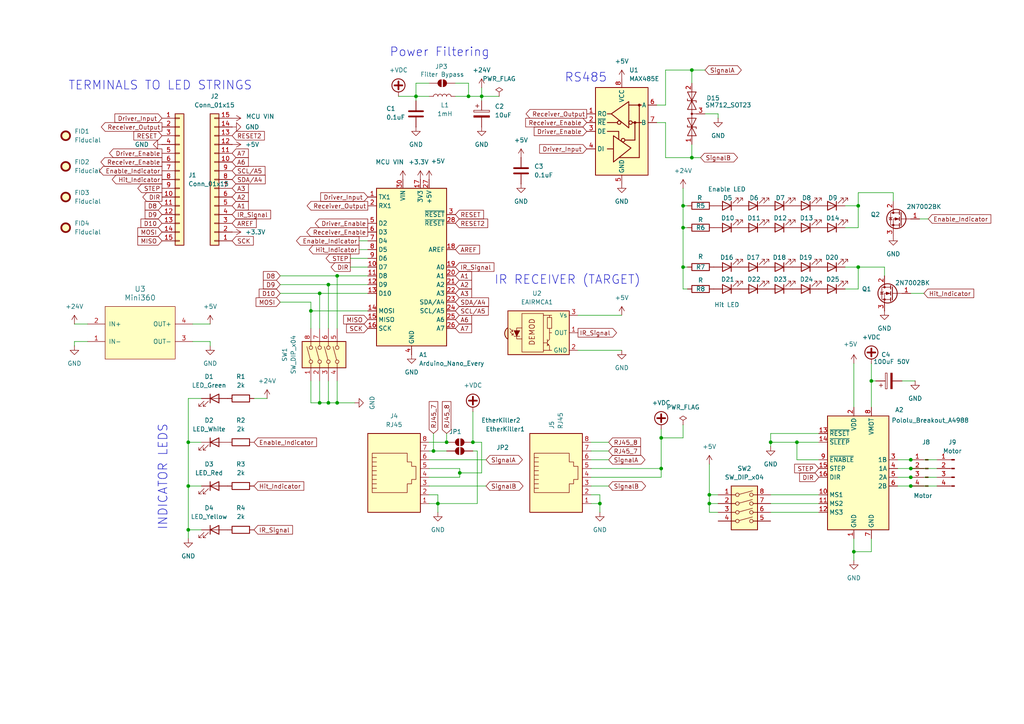
<source format=kicad_sch>
(kicad_sch (version 20250114) (generator "eeschema") (generator_version "9.0")
  (paper "A4")
  (text "TERMINALS TO LED STRINGS" (at 46.482 24.892 0) (effects (font (size 2.54 2.54))))
  (text "RS485" (at 169.926 22.606 0) (effects (font (size 2.54 2.54))))
  (text "Power Filtering\n" (at 127.508 15.24 0) (effects (font (size 2.54 2.54))))
  (text "IR RECEIVER (TARGET)" (at 164.592 81.28 0) (effects (font (size 2.54 2.54))))
  (text "INDICATOR LEDS" (at 47.244 138.43 90) (effects (font (size 2.54 2.54))))
  (junction (at 92.71 85.09))
  (junction (at 54.61 153.67))
  (junction (at 97.79 116.84))
  (junction (at 264.16 140.97))
  (junction (at 92.71 116.84))
  (junction (at 54.61 140.97))
  (junction (at 95.25 116.84))
  (junction (at 205.74 146.05))
  (junction (at 120.65 27.94))
  (junction (at 198.12 59.69))
  (junction (at 248.92 77.47))
  (junction (at 129.54 128.27))
  (junction (at 264.16 133.35))
  (junction (at 247.65 160.02))
  (junction (at 252.73 110.49))
  (junction (at 191.77 127))
  (junction (at 198.12 77.47))
  (junction (at 205.74 143.51))
  (junction (at 223.52 128.27))
  (junction (at 127 146.05))
  (junction (at 97.79 80.01))
  (junction (at 125.73 130.81))
  (junction (at 133.35 137.16))
  (junction (at 54.61 128.27))
  (junction (at 198.12 66.04))
  (junction (at 137.16 128.27))
  (junction (at 264.16 138.43))
  (junction (at 139.7 27.94))
  (junction (at 173.99 146.05))
  (junction (at 200.66 20.32))
  (junction (at 95.25 82.55))
  (junction (at 200.66 45.72))
  (junction (at 231.14 128.27))
  (junction (at 191.77 135.89))
  (junction (at 248.92 59.69))
  (junction (at 90.17 90.17))
  (junction (at 264.16 135.89))
  (junction (at 135.89 27.94))
  (wire (pts (xy 204.47 33.02) (xy 208.28 33.02)))
  (wire (pts (xy 231.14 128.27) (xy 237.49 128.27)))
  (wire (pts (xy 54.61 153.67) (xy 58.42 153.67)))
  (wire (pts (xy 205.74 143.51) (xy 208.28 143.51)))
  (wire (pts (xy 248.92 83.82) (xy 248.92 77.47)))
  (wire (pts (xy 133.35 137.16) (xy 133.35 135.89)))
  (wire (pts (xy 124.46 140.97) (xy 140.97 140.97)))
  (wire (pts (xy 247.65 105.41) (xy 247.65 118.11)))
  (wire (pts (xy 54.61 128.27) (xy 54.61 140.97)))
  (wire (pts (xy 252.73 110.49) (xy 252.73 118.11)))
  (wire (pts (xy 125.73 130.81) (xy 124.46 130.81)))
  (wire (pts (xy 129.54 125.73) (xy 129.54 128.27)))
  (wire (pts (xy 245.11 66.04) (xy 248.92 66.04)))
  (wire (pts (xy 245.11 83.82) (xy 248.92 83.82)))
  (wire (pts (xy 138.43 130.81) (xy 138.43 146.05)))
  (wire (pts (xy 205.74 134.62) (xy 205.74 143.51)))
  (wire (pts (xy 245.11 59.69) (xy 248.92 59.69)))
  (wire (pts (xy 120.65 24.13) (xy 120.65 27.94)))
  (wire (pts (xy 205.74 148.59) (xy 205.74 146.05)))
  (wire (pts (xy 90.17 110.49) (xy 90.17 116.84)))
  (wire (pts (xy 81.28 87.63) (xy 90.17 87.63)))
  (wire (pts (xy 127 143.51) (xy 127 146.05)))
  (wire (pts (xy 132.08 24.13) (xy 135.89 24.13)))
  (wire (pts (xy 193.04 20.32) (xy 193.04 30.48)))
  (wire (pts (xy 223.52 148.59) (xy 237.49 148.59)))
  (wire (pts (xy 260.35 138.43) (xy 264.16 138.43)))
  (wire (pts (xy 200.66 41.91) (xy 200.66 45.72)))
  (wire (pts (xy 260.35 135.89) (xy 264.16 135.89)))
  (wire (pts (xy 198.12 123.19) (xy 198.12 127)))
  (wire (pts (xy 92.71 85.09) (xy 92.71 95.25)))
  (wire (pts (xy 97.79 80.01) (xy 97.79 95.25)))
  (wire (pts (xy 247.65 160.02) (xy 247.65 162.56)))
  (wire (pts (xy 92.71 110.49) (xy 92.71 116.84)))
  (wire (pts (xy 55.88 93.98) (xy 60.96 93.98)))
  (wire (pts (xy 223.52 128.27) (xy 231.14 128.27)))
  (wire (pts (xy 21.59 100.33) (xy 21.59 99.06)))
  (wire (pts (xy 193.04 20.32) (xy 200.66 20.32)))
  (wire (pts (xy 237.49 133.35) (xy 231.14 133.35)))
  (wire (pts (xy 132.08 27.94) (xy 135.89 27.94)))
  (wire (pts (xy 135.89 27.94) (xy 139.7 27.94)))
  (wire (pts (xy 193.04 30.48) (xy 190.5 30.48)))
  (wire (pts (xy 125.73 130.81) (xy 129.54 130.81)))
  (wire (pts (xy 245.11 77.47) (xy 248.92 77.47)))
  (wire (pts (xy 198.12 77.47) (xy 199.39 77.47)))
  (wire (pts (xy 223.52 143.51) (xy 237.49 143.51)))
  (wire (pts (xy 171.45 140.97) (xy 176.53 140.97)))
  (wire (pts (xy 95.25 116.84) (xy 92.71 116.84)))
  (wire (pts (xy 223.52 125.73) (xy 223.52 128.27)))
  (wire (pts (xy 191.77 127) (xy 191.77 135.89)))
  (wire (pts (xy 252.73 110.49) (xy 254 110.49)))
  (wire (pts (xy 247.65 156.21) (xy 247.65 160.02)))
  (wire (pts (xy 208.28 146.05) (xy 205.74 146.05)))
  (wire (pts (xy 54.61 140.97) (xy 54.61 153.67)))
  (wire (pts (xy 260.35 133.35) (xy 264.16 133.35)))
  (wire (pts (xy 171.45 128.27) (xy 176.53 128.27)))
  (wire (pts (xy 92.71 85.09) (xy 106.68 85.09)))
  (wire (pts (xy 237.49 125.73) (xy 223.52 125.73)))
  (wire (pts (xy 171.45 133.35) (xy 176.53 133.35)))
  (wire (pts (xy 139.7 25.4) (xy 139.7 27.94)))
  (wire (pts (xy 198.12 127) (xy 191.77 127)))
  (wire (pts (xy 198.12 54.61) (xy 198.12 59.69)))
  (wire (pts (xy 193.04 35.56) (xy 190.5 35.56)))
  (wire (pts (xy 124.46 24.13) (xy 120.65 24.13)))
  (wire (pts (xy 124.46 135.89) (xy 133.35 135.89)))
  (wire (pts (xy 173.99 146.05) (xy 171.45 146.05)))
  (wire (pts (xy 55.88 99.06) (xy 60.96 99.06)))
  (wire (pts (xy 264.16 85.09) (xy 267.97 85.09)))
  (wire (pts (xy 58.42 115.57) (xy 54.61 115.57)))
  (wire (pts (xy 200.66 20.32) (xy 204.47 20.32)))
  (wire (pts (xy 95.25 110.49) (xy 95.25 116.84)))
  (wire (pts (xy 264.16 138.43) (xy 271.78 138.43)))
  (wire (pts (xy 81.28 82.55) (xy 95.25 82.55)))
  (wire (pts (xy 264.16 133.35) (xy 271.78 133.35)))
  (wire (pts (xy 97.79 80.01) (xy 106.68 80.01)))
  (wire (pts (xy 223.52 128.27) (xy 223.52 129.54)))
  (wire (pts (xy 127 146.05) (xy 124.46 146.05)))
  (wire (pts (xy 264.16 135.89) (xy 271.78 135.89)))
  (wire (pts (xy 198.12 66.04) (xy 198.12 77.47)))
  (wire (pts (xy 133.35 138.43) (xy 133.35 137.16)))
  (wire (pts (xy 137.16 128.27) (xy 139.7 128.27)))
  (wire (pts (xy 200.66 20.32) (xy 200.66 24.13)))
  (wire (pts (xy 81.28 85.09) (xy 92.71 85.09)))
  (wire (pts (xy 21.59 99.06) (xy 25.4 99.06)))
  (wire (pts (xy 124.46 143.51) (xy 127 143.51)))
  (wire (pts (xy 54.61 140.97) (xy 58.42 140.97)))
  (wire (pts (xy 95.25 82.55) (xy 106.68 82.55)))
  (wire (pts (xy 223.52 146.05) (xy 237.49 146.05)))
  (wire (pts (xy 198.12 66.04) (xy 199.39 66.04)))
  (wire (pts (xy 167.64 101.6) (xy 180.34 101.6)))
  (wire (pts (xy 60.96 99.06) (xy 60.96 100.33)))
  (wire (pts (xy 137.16 119.38) (xy 137.16 128.27)))
  (wire (pts (xy 54.61 128.27) (xy 58.42 128.27)))
  (wire (pts (xy 104.14 69.85) (xy 106.68 69.85)))
  (wire (pts (xy 191.77 135.89) (xy 191.77 138.43)))
  (wire (pts (xy 21.59 93.98) (xy 25.4 93.98)))
  (wire (pts (xy 139.7 137.16) (xy 133.35 137.16)))
  (wire (pts (xy 171.45 138.43) (xy 191.77 138.43)))
  (wire (pts (xy 248.92 55.88) (xy 248.92 59.69)))
  (wire (pts (xy 95.25 82.55) (xy 95.25 95.25)))
  (wire (pts (xy 256.54 77.47) (xy 256.54 80.01)))
  (wire (pts (xy 73.66 115.57) (xy 77.47 115.57)))
  (wire (pts (xy 54.61 153.67) (xy 54.61 156.21)))
  (wire (pts (xy 97.79 110.49) (xy 97.79 116.84)))
  (wire (pts (xy 248.92 77.47) (xy 256.54 77.47)))
  (wire (pts (xy 90.17 87.63) (xy 90.17 90.17)))
  (wire (pts (xy 127 146.05) (xy 138.43 146.05)))
  (wire (pts (xy 171.45 135.89) (xy 191.77 135.89)))
  (wire (pts (xy 198.12 77.47) (xy 198.12 83.82)))
  (wire (pts (xy 261.62 110.49) (xy 265.43 110.49)))
  (wire (pts (xy 264.16 140.97) (xy 271.78 140.97)))
  (wire (pts (xy 120.65 27.94) (xy 124.46 27.94)))
  (wire (pts (xy 200.66 45.72) (xy 203.2 45.72)))
  (wire (pts (xy 90.17 90.17) (xy 90.17 95.25)))
  (wire (pts (xy 198.12 59.69) (xy 198.12 66.04)))
  (wire (pts (xy 193.04 45.72) (xy 200.66 45.72)))
  (wire (pts (xy 173.99 143.51) (xy 173.99 146.05)))
  (wire (pts (xy 102.87 116.84) (xy 97.79 116.84)))
  (wire (pts (xy 120.65 27.94) (xy 120.65 29.21)))
  (wire (pts (xy 252.73 156.21) (xy 252.73 160.02)))
  (wire (pts (xy 171.45 143.51) (xy 173.99 143.51)))
  (wire (pts (xy 231.14 133.35) (xy 231.14 128.27)))
  (wire (pts (xy 124.46 133.35) (xy 140.97 133.35)))
  (wire (pts (xy 127 148.59) (xy 127 146.05)))
  (wire (pts (xy 208.28 148.59) (xy 205.74 148.59)))
  (wire (pts (xy 125.73 125.73) (xy 125.73 130.81)))
  (wire (pts (xy 266.7 63.5) (xy 269.24 63.5)))
  (wire (pts (xy 101.6 74.93) (xy 106.68 74.93)))
  (wire (pts (xy 81.28 80.01) (xy 97.79 80.01)))
  (wire (pts (xy 124.46 138.43) (xy 133.35 138.43)))
  (wire (pts (xy 252.73 105.41) (xy 252.73 110.49)))
  (wire (pts (xy 208.28 33.02) (xy 208.28 34.29)))
  (wire (pts (xy 193.04 45.72) (xy 193.04 35.56)))
  (wire (pts (xy 259.08 55.88) (xy 259.08 58.42)))
  (wire (pts (xy 139.7 27.94) (xy 144.78 27.94)))
  (wire (pts (xy 97.79 116.84) (xy 95.25 116.84)))
  (wire (pts (xy 139.7 128.27) (xy 139.7 137.16)))
  (wire (pts (xy 137.16 130.81) (xy 138.43 130.81)))
  (wire (pts (xy 90.17 90.17) (xy 106.68 90.17)))
  (wire (pts (xy 139.7 29.21) (xy 139.7 27.94)))
  (wire (pts (xy 248.92 59.69) (xy 248.92 66.04)))
  (wire (pts (xy 260.35 140.97) (xy 264.16 140.97)))
  (wire (pts (xy 167.64 91.44) (xy 180.34 91.44)))
  (wire (pts (xy 115.57 27.94) (xy 120.65 27.94)))
  (wire (pts (xy 198.12 83.82) (xy 199.39 83.82)))
  (wire (pts (xy 173.99 148.59) (xy 173.99 146.05)))
  (wire (pts (xy 205.74 146.05) (xy 205.74 143.51)))
  (wire (pts (xy 171.45 130.81) (xy 176.53 130.81)))
  (wire (pts (xy 124.46 128.27) (xy 129.54 128.27)))
  (wire (pts (xy 135.89 24.13) (xy 135.89 27.94)))
  (wire (pts (xy 259.08 55.88) (xy 248.92 55.88)))
  (wire (pts (xy 90.17 116.84) (xy 92.71 116.84)))
  (wire (pts (xy 101.6 77.47) (xy 106.68 77.47)))
  (wire (pts (xy 199.39 59.69) (xy 198.12 59.69)))
  (wire (pts (xy 252.73 160.02) (xy 247.65 160.02)))
  (wire (pts (xy 191.77 124.46) (xy 191.77 127)))
  (wire (pts (xy 54.61 115.57) (xy 54.61 128.27)))
  (wire (pts (xy 104.14 72.39) (xy 106.68 72.39)))
  (global_label "RESET2" (shape input) (at 132.08 64.77 0) (property "Intersheetrefs" "${INTERSHEET_REFS}" (effects (hide yes))))
  (global_label "SCK" (shape input) (at 106.68 95.25 180) (property "Intersheetrefs" "${INTERSHEET_REFS}" (effects (hide yes))))
  (global_label "DIR" (shape output) (at 101.6 77.47 180) (property "Intersheetrefs" "${INTERSHEET_REFS}" (effects (hide yes))))
  (global_label "MISO" (shape input) (at 46.99 69.85 180) (property "Intersheetrefs" "${INTERSHEET_REFS}" (effects (hide yes))))
  (global_label "Receiver_Output" (shape output) (at 106.68 59.69 180) (property "Intersheetrefs" "${INTERSHEET_REFS}" (effects (hide yes))))
  (global_label "SDA{slash}A4" (shape input) (at 132.08 87.63 0) (property "Intersheetrefs" "${INTERSHEET_REFS}" (effects (hide yes))))
  (global_label "SignalB" (shape bidirectional) (at 176.53 140.97 0) (property "Intersheetrefs" "${INTERSHEET_REFS}" (effects (hide yes))))
  (global_label "IR_Signal" (shape input) (at 73.66 153.67 0) (property "Intersheetrefs" "${INTERSHEET_REFS}" (effects (hide yes))))
  (global_label "AREF" (shape input) (at 132.08 72.39 0) (property "Intersheetrefs" "${INTERSHEET_REFS}" (effects (hide yes))))
  (global_label "Driver_Input" (shape input) (at 106.68 57.15 180) (property "Intersheetrefs" "${INTERSHEET_REFS}" (effects (hide yes))))
  (global_label "A6" (shape input) (at 67.31 46.99 0) (property "Intersheetrefs" "${INTERSHEET_REFS}" (effects (hide yes))))
  (global_label "IR_Signal" (shape input) (at 132.08 77.47 0) (property "Intersheetrefs" "${INTERSHEET_REFS}" (effects (hide yes))))
  (global_label "SCL{slash}A5" (shape input) (at 67.31 49.53 0) (property "Intersheetrefs" "${INTERSHEET_REFS}" (effects (hide yes))))
  (global_label "A1" (shape input) (at 132.08 80.01 0) (property "Intersheetrefs" "${INTERSHEET_REFS}" (effects (hide yes))))
  (global_label "IR_Signal" (shape output) (at 167.64 96.52 0) (property "Intersheetrefs" "${INTERSHEET_REFS}" (effects (hide yes))))
  (global_label "AREF" (shape input) (at 67.31 64.77 0) (property "Intersheetrefs" "${INTERSHEET_REFS}" (effects (hide yes))))
  (global_label "RJ45_7" (shape input) (at 176.53 130.81 0) (property "Intersheetrefs" "${INTERSHEET_REFS}" (effects (hide yes))))
  (global_label "A6" (shape input) (at 132.08 92.71 0) (property "Intersheetrefs" "${INTERSHEET_REFS}" (effects (hide yes))))
  (global_label "Driver_Input" (shape input) (at 46.99 34.29 180) (property "Intersheetrefs" "${INTERSHEET_REFS}" (effects (hide yes))))
  (global_label "A7" (shape input) (at 67.31 44.45 0) (property "Intersheetrefs" "${INTERSHEET_REFS}" (effects (hide yes))))
  (global_label "Driver_Enable" (shape input) (at 170.18 38.1 180) (property "Intersheetrefs" "${INTERSHEET_REFS}" (effects (hide yes))))
  (global_label "SCL{slash}A5" (shape input) (at 132.08 90.17 0) (property "Intersheetrefs" "${INTERSHEET_REFS}" (effects (hide yes))))
  (global_label "D9" (shape input) (at 46.99 62.23 180) (property "Intersheetrefs" "${INTERSHEET_REFS}" (effects (hide yes))))
  (global_label "SignalA" (shape bidirectional) (at 176.53 133.35 0) (property "Intersheetrefs" "${INTERSHEET_REFS}" (effects (hide yes))))
  (global_label "STEP" (shape output) (at 46.99 54.61 180) (property "Intersheetrefs" "${INTERSHEET_REFS}" (effects (hide yes))))
  (global_label "A3" (shape input) (at 132.08 85.09 0) (property "Intersheetrefs" "${INTERSHEET_REFS}" (effects (hide yes))))
  (global_label "RJ45_8" (shape input) (at 129.54 125.73 90) (property "Intersheetrefs" "${INTERSHEET_REFS}" (effects (hide yes))))
  (global_label "MOSI" (shape input) (at 81.28 87.63 180) (property "Intersheetrefs" "${INTERSHEET_REFS}" (effects (hide yes))))
  (global_label "A2" (shape input) (at 132.08 82.55 0) (property "Intersheetrefs" "${INTERSHEET_REFS}" (effects (hide yes))))
  (global_label "RJ45_7" (shape input) (at 125.73 125.73 90) (property "Intersheetrefs" "${INTERSHEET_REFS}" (effects (hide yes))))
  (global_label "D8" (shape input) (at 81.28 80.01 180) (property "Intersheetrefs" "${INTERSHEET_REFS}" (effects (hide yes))))
  (global_label "Receiver_Output" (shape output) (at 46.99 36.83 180) (property "Intersheetrefs" "${INTERSHEET_REFS}" (effects (hide yes))))
  (global_label "Hit_Indicator" (shape input) (at 73.66 140.97 0) (property "Intersheetrefs" "${INTERSHEET_REFS}" (effects (hide yes))))
  (global_label "RESET2" (shape input) (at 67.31 39.37 0) (property "Intersheetrefs" "${INTERSHEET_REFS}" (effects (hide yes))))
  (global_label "Receiver_Enable" (shape output) (at 46.99 46.99 180) (property "Intersheetrefs" "${INTERSHEET_REFS}" (effects (hide yes))))
  (global_label "MOSI" (shape input) (at 46.99 67.31 180) (property "Intersheetrefs" "${INTERSHEET_REFS}" (effects (hide yes))))
  (global_label "DIR" (shape input) (at 237.49 138.43 180) (property "Intersheetrefs" "${INTERSHEET_REFS}" (effects (hide yes))))
  (global_label "A2" (shape input) (at 67.31 57.15 0) (property "Intersheetrefs" "${INTERSHEET_REFS}" (effects (hide yes))))
  (global_label "Enable_Indicator" (shape output) (at 46.99 49.53 180) (property "Intersheetrefs" "${INTERSHEET_REFS}" (effects (hide yes))))
  (global_label "SignalA" (shape bidirectional) (at 140.97 133.35 0) (property "Intersheetrefs" "${INTERSHEET_REFS}" (effects (hide yes))))
  (global_label "A3" (shape input) (at 67.31 54.61 0) (property "Intersheetrefs" "${INTERSHEET_REFS}" (effects (hide yes))))
  (global_label "RESET" (shape input) (at 46.99 39.37 180) (property "Intersheetrefs" "${INTERSHEET_REFS}" (effects (hide yes))))
  (global_label "Hit_Indicator" (shape output) (at 104.14 72.39 180) (property "Intersheetrefs" "${INTERSHEET_REFS}" (effects (hide yes))))
  (global_label "Receiver_Output" (shape output) (at 170.18 33.02 180) (property "Intersheetrefs" "${INTERSHEET_REFS}" (effects (hide yes))))
  (global_label "SignalA" (shape bidirectional) (at 204.47 20.32 0) (property "Intersheetrefs" "${INTERSHEET_REFS}" (effects (hide yes))))
  (global_label "DIR" (shape output) (at 46.99 57.15 180) (property "Intersheetrefs" "${INTERSHEET_REFS}" (effects (hide yes))))
  (global_label "Enable_Indicator" (shape input) (at 269.24 63.5 0) (property "Intersheetrefs" "${INTERSHEET_REFS}" (effects (hide yes))))
  (global_label "SignalB" (shape bidirectional) (at 140.97 140.97 0) (property "Intersheetrefs" "${INTERSHEET_REFS}" (effects (hide yes))))
  (global_label "Driver_Enable" (shape output) (at 106.68 64.77 180) (property "Intersheetrefs" "${INTERSHEET_REFS}" (effects (hide yes))))
  (global_label "RESET" (shape input) (at 132.08 62.23 0) (property "Intersheetrefs" "${INTERSHEET_REFS}" (effects (hide yes))))
  (global_label "Driver_Input" (shape input) (at 170.18 43.18 180) (property "Intersheetrefs" "${INTERSHEET_REFS}" (effects (hide yes))))
  (global_label "STEP" (shape output) (at 101.6 74.93 180) (property "Intersheetrefs" "${INTERSHEET_REFS}" (effects (hide yes))))
  (global_label "Hit_Indicator" (shape input) (at 267.97 85.09 0) (property "Intersheetrefs" "${INTERSHEET_REFS}" (effects (hide yes))))
  (global_label "IR_Signal" (shape input) (at 67.31 62.23 0) (property "Intersheetrefs" "${INTERSHEET_REFS}" (effects (hide yes))))
  (global_label "STEP" (shape input) (at 237.49 135.89 180) (property "Intersheetrefs" "${INTERSHEET_REFS}" (effects (hide yes))))
  (global_label "Enable_Indicator" (shape input) (at 73.66 128.27 0) (property "Intersheetrefs" "${INTERSHEET_REFS}" (effects (hide yes))))
  (global_label "D8" (shape input) (at 46.99 59.69 180) (property "Intersheetrefs" "${INTERSHEET_REFS}" (effects (hide yes))))
  (global_label "MISO" (shape input) (at 106.68 92.71 180) (property "Intersheetrefs" "${INTERSHEET_REFS}" (effects (hide yes))))
  (global_label "RJ45_8" (shape input) (at 176.53 128.27 0) (property "Intersheetrefs" "${INTERSHEET_REFS}" (effects (hide yes))))
  (global_label "D10" (shape input) (at 46.99 64.77 180) (property "Intersheetrefs" "${INTERSHEET_REFS}" (effects (hide yes))))
  (global_label "A1" (shape input) (at 67.31 59.69 0) (property "Intersheetrefs" "${INTERSHEET_REFS}" (effects (hide yes))))
  (global_label "D10" (shape input) (at 81.28 85.09 180) (property "Intersheetrefs" "${INTERSHEET_REFS}" (effects (hide yes))))
  (global_label "SCK" (shape input) (at 67.31 69.85 0) (property "Intersheetrefs" "${INTERSHEET_REFS}" (effects (hide yes))))
  (global_label "A7" (shape input) (at 132.08 95.25 0) (property "Intersheetrefs" "${INTERSHEET_REFS}" (effects (hide yes))))
  (global_label "Driver_Enable" (shape output) (at 46.99 44.45 180) (property "Intersheetrefs" "${INTERSHEET_REFS}" (effects (hide yes))))
  (global_label "D9" (shape input) (at 81.28 82.55 180) (property "Intersheetrefs" "${INTERSHEET_REFS}" (effects (hide yes))))
  (global_label "SignalB" (shape bidirectional) (at 203.2 45.72 0) (property "Intersheetrefs" "${INTERSHEET_REFS}" (effects (hide yes))))
  (global_label "SDA{slash}A4" (shape input) (at 67.31 52.07 0) (property "Intersheetrefs" "${INTERSHEET_REFS}" (effects (hide yes))))
  (global_label "Enable_Indicator" (shape output) (at 104.14 69.85 180) (property "Intersheetrefs" "${INTERSHEET_REFS}" (effects (hide yes))))
  (global_label "Receiver_Enable" (shape output) (at 106.68 67.31 180) (property "Intersheetrefs" "${INTERSHEET_REFS}" (effects (hide yes))))
  (global_label "Receiver_Enable" (shape input) (at 170.18 35.56 180) (property "Intersheetrefs" "${INTERSHEET_REFS}" (effects (hide yes))))
  (global_label "Hit_Indicator" (shape output) (at 46.99 52.07 180) (property "Intersheetrefs" "${INTERSHEET_REFS}" (effects (hide yes))))
  (symbol (lib_id "power:PWR_FLAG") (at 198.12 123.19 0) (unit 1)
    (property "Reference" "#FLG01" (effects (hide yes)))
    (property "Value" "PWR_FLAG" (at 198.12 118.11 0))
    (property "Description" "Special symbol for telling ERC where power comes from" (effects (hide yes)))
  )
  (symbol (lib_id "power:GND") (at 256.54 90.17 0) (unit 1)
    (property "Reference" "#PWR010" (effects (hide yes)))
    (property "Value" "GND" (at 256.54 95.25 0))
    (property "Description" "Power symbol creates a global label with name \"GND\" , ground" (effects (hide yes)))
  )
  (symbol (lib_id "Device:LED") (at 226.06 66.04 180) (unit 1)
    (property "Reference" "D12" (at 226.314 63.246 0))
    (property "Value" "Enable LED" (effects (hide yes)))
    (property "Footprint" "LED_SMD:LED_1206_3216Metric" (effects (hide yes)))
    (property "Description" "Light emitting diode" (effects (hide yes)))
    (property "Sim.Pins" "1=K 2=A" (effects (hide yes)))
  )
  (symbol (lib_id "Device:LED") (at 210.82 77.47 180) (unit 1)
    (property "Reference" "D16" (at 210.82 74.676 0))
    (property "Value" "Hit LED" (effects (hide yes)))
    (property "Footprint" "LED_SMD:LED_1206_3216Metric" (effects (hide yes)))
    (property "Description" "Light emitting diode" (effects (hide yes)))
    (property "Sim.Pins" "1=K 2=A" (effects (hide yes)))
  )
  (symbol (lib_id "Device:LED") (at 210.82 59.69 180) (unit 1)
    (property "Reference" "D5" (at 211.074 57.404 0))
    (property "Value" "Enable LED" (at 210.82 54.864 0))
    (property "Footprint" "LED_SMD:LED_1206_3216Metric" (effects (hide yes)))
    (property "Description" "Light emitting diode" (effects (hide yes)))
    (property "Sim.Pins" "1=K 2=A" (effects (hide yes)))
  )
  (symbol (lib_id "Connector:Conn_01x04_Pin") (at 269.24 135.89 0) (mirror y) (unit 1)
    (property "Reference" "J8" (at 268.605 128.27 0))
    (property "Value" "Motor" (at 267.716 143.764 0))
    (property "Footprint" "Connector_PinSocket_2.54mm:PinSocket_1x04_P2.54mm_Vertical" (effects (hide yes)))
    (property "Description" "Generic connector, single row, 01x04, script generated" (effects (hide yes)))
  )
  (symbol (lib_id "power:GND") (at 60.96 100.33 0) (unit 1)
    (property "Reference" "#PWR014" (effects (hide yes)))
    (property "Value" "GND" (at 60.96 105.41 0))
    (property "Description" "Power symbol creates a global label with name \"GND\" , ground" (effects (hide yes)))
  )
  (symbol (lib_id "Device:LED") (at 233.68 59.69 180) (unit 1)
    (property "Reference" "D8" (at 233.934 57.404 0))
    (property "Value" "Enable LED" (effects (hide yes)))
    (property "Footprint" "LED_SMD:LED_1206_3216Metric" (effects (hide yes)))
    (property "Description" "Light emitting diode" (effects (hide yes)))
    (property "Sim.Pins" "1=K 2=A" (effects (hide yes)))
  )
  (symbol (lib_id "Device:LED") (at 226.06 83.82 180) (unit 1)
    (property "Reference" "D23" (at 226.314 81.026 0))
    (property "Value" "Hit LED" (effects (hide yes)))
    (property "Footprint" "LED_SMD:LED_1206_3216Metric" (effects (hide yes)))
    (property "Description" "Light emitting diode" (effects (hide yes)))
    (property "Sim.Pins" "1=K 2=A" (effects (hide yes)))
  )
  (symbol (lib_id "Connector:RJ45") (at 114.3 138.43 0) (unit 1)
    (property "Reference" "J4" (at 114.3 120.65 0))
    (property "Value" "RJ45" (at 114.3 123.19 0))
    (property "Footprint" "Connector_RJ:RJ45_Amphenol_54602-x08_Horizontal" (effects (hide yes)))
    (property "Description" "RJ connector, 8P8C (8 positions 8 connected)" (effects (hide yes)))
  )
  (symbol (lib_id "Device:C_Polarized") (at 257.81 110.49 90) (unit 1)
    (property "Reference" "C4" (at 256.921 102.87 90))
    (property "Value" "100uF 50V" (at 258.572 104.902 90))
    (property "Footprint" "Capacitor_SMD:CP_Elec_10x10.5" (effects (hide yes)))
    (property "Description" "Polarized capacitor" (effects (hide yes)))
  )
  (symbol (lib_id "power:GND") (at 102.87 116.84 90) (unit 1)
    (property "Reference" "#PWR015" (effects (hide yes)))
    (property "Value" "GND" (at 107.95 116.84 0))
    (property "Description" "Power symbol creates a global label with name \"GND\" , ground" (effects (hide yes)))
  )
  (symbol (lib_id "power:GND") (at 127 148.59 0) (unit 1)
    (property "Reference" "#PWR07" (effects (hide yes)))
    (property "Value" "GND" (at 127 153.67 0))
    (property "Description" "Power symbol creates a global label with name \"GND\" , ground" (effects (hide yes)))
  )
  (symbol (lib_id "Device:LED") (at 233.68 77.47 180) (unit 1)
    (property "Reference" "D19" (at 233.68 74.676 0))
    (property "Value" "Hit LED" (effects (hide yes)))
    (property "Footprint" "LED_SMD:LED_1206_3216Metric" (effects (hide yes)))
    (property "Description" "Light emitting diode" (effects (hide yes)))
    (property "Sim.Pins" "1=K 2=A" (effects (hide yes)))
  )
  (symbol (lib_id "power:GND") (at 259.08 68.58 0) (unit 1)
    (property "Reference" "#PWR09" (effects (hide yes)))
    (property "Value" "GND" (at 259.08 73.66 0))
    (property "Description" "Power symbol creates a global label with name \"GND\" , ground" (effects (hide yes)))
  )
  (symbol (lib_id "power:+VDC") (at 115.57 27.94 0) (unit 1)
    (property "Reference" "#PWR026" (effects (hide yes)))
    (property "Value" "+VDC" (at 115.57 20.32 0))
    (property "Description" "Power symbol creates a global label with name \"+VDC\"" (effects (hide yes)))
  )
  (symbol (lib_id "power:+5V") (at 67.31 41.91 270) (unit 1)
    (property "Reference" "#PWR037" (effects (hide yes)))
    (property "Value" "+5V" (at 71.12 41.9099 90) (effects (justify left)))
    (property "Description" "Power symbol creates a global label with name \"+5V\"" (effects (hide yes)))
  )
  (symbol (lib_id "Device:C") (at 151.13 49.53 0) (unit 1)
    (property "Reference" "C3" (at 154.94 48.2599 0) (effects (justify left)))
    (property "Value" "0.1uF" (at 154.94 50.7999 0) (effects (justify left)))
    (property "Footprint" "Capacitor_SMD:C_0805_2012Metric" (effects (hide yes)))
    (property "Datasheet" "C320C104K5R5TA" (effects (hide yes)))
    (property "Description" "Unpolarized capacitor" (effects (hide yes)))
  )
  (symbol (lib_id "power:PWR_FLAG") (at 144.78 27.94 0) (unit 1)
    (property "Reference" "#FLG02" (effects (hide yes)))
    (property "Value" "PWR_FLAG" (at 144.78 22.86 0))
    (property "Description" "Special symbol for telling ERC where power comes from" (effects (hide yes)))
  )
  (symbol (lib_id "Device:LED") (at 210.82 83.82 180) (unit 1)
    (property "Reference" "D21" (at 211.074 81.026 0))
    (property "Value" "Hit LED" (at 210.82 88.392 0))
    (property "Footprint" "LED_SMD:LED_1206_3216Metric" (effects (hide yes)))
    (property "Description" "Light emitting diode" (effects (hide yes)))
    (property "Sim.Pins" "1=K 2=A" (effects (hide yes)))
  )
  (symbol (lib_id "Device:C") (at 120.65 33.02 0) (unit 1)
    (property "Reference" "C1" (at 112.014 31.496 0) (effects (justify left)))
    (property "Value" "0.1uF" (at 112.014 34.036 0) (effects (justify left)))
    (property "Footprint" "Capacitor_SMD:C_0805_2012Metric" (effects (hide yes)))
    (property "Datasheet" "C320C104K5R5TA" (effects (hide yes)))
    (property "Description" "Unpolarized capacitor" (effects (hide yes)))
  )
  (symbol (lib_id "Device:R") (at 203.2 66.04 90) (unit 1)
    (property "Reference" "R6" (at 203.2 66.04 90))
    (property "Value" "R" (at 203.2 63.754 90))
    (property "Footprint" "Resistor_SMD:R_0603_1608Metric" (effects (hide yes)))
    (property "Description" "Resistor" (effects (hide yes)))
  )
  (symbol (lib_id "Device:LED") (at 210.82 66.04 180) (unit 1)
    (property "Reference" "D10" (at 211.074 63.246 0))
    (property "Value" "Enable LED" (effects (hide yes)))
    (property "Footprint" "LED_SMD:LED_1206_3216Metric" (effects (hide yes)))
    (property "Description" "Light emitting diode" (effects (hide yes)))
    (property "Sim.Pins" "1=K 2=A" (effects (hide yes)))
  )
  (symbol (lib_id "Switch:SW_DIP_x04") (at 95.25 102.87 90) (unit 1)
    (property "Reference" "SW1" (at 82.55 102.87 0))
    (property "Value" "SW_DIP_x04" (at 85.09 102.87 0))
    (property "Footprint" "Button_Switch_THT:SW_DIP_SPSTx04_Piano_10.8x11.72mm_W7.62mm_P2.54mm" (effects (hide yes)))
    (property "Description" "4x DIP Switch, Single Pole Single Throw (SPST) switch, small symbol" (effects (hide yes)))
  )
  (symbol (lib_id "power:+12V") (at 67.31 34.29 270) (unit 1)
    (property "Reference" "#PWR038" (effects (hide yes)))
    (property "Value" "MCU VIN" (at 75.438 33.782 90))
    (property "Description" "Power symbol creates a global label with name \"+12V\"" (effects (hide yes)))
  )
  (symbol (lib_id "Interface_Optical:TSOP38G36") (at 157.48 96.52 0) (unit 1)
    (property "Reference" "U2" (at 155.745 85.09 0))
    (property "Value" "EAIRMCA1" (at 155.745 87.63 0))
    (property "Footprint" "OptoDevice:Vishay_MOLD-3Pin" (effects (hide yes)))
    (property "Datasheet" "http://www.vishay.com/docs/82731/tsop38g36.pdf" (effects (hide yes)))
    (property "Description" "Photo Modules for PCM Remote Control Systems" (effects (hide yes)))
  )
  (symbol (lib_id "Device:LED") (at 218.44 59.69 180) (unit 1)
    (property "Reference" "D6" (at 218.694 57.404 0))
    (property "Value" "Enable LED" (effects (hide yes)))
    (property "Footprint" "LED_SMD:LED_1206_3216Metric" (effects (hide yes)))
    (property "Description" "Light emitting diode" (effects (hide yes)))
    (property "Sim.Pins" "1=K 2=A" (effects (hide yes)))
  )
  (symbol (lib_id "power:GND") (at 151.13 53.34 0) (unit 1)
    (property "Reference" "#PWR018" (effects (hide yes)))
    (property "Value" "GND" (at 151.13 58.42 0))
    (property "Description" "Power symbol creates a global label with name \"GND\" , ground" (effects (hide yes)))
  )
  (symbol (lib_id "Jumper:SolderJumper_2_Open") (at 128.27 24.13 0) (unit 1) (in_bom no)
    (property "Reference" "JP3" (at 128.016 19.304 0))
    (property "Value" "Filter Bypass" (at 128.27 21.59 0))
    (property "Footprint" "Jumper:SolderJumper-2_P1.3mm_Open_TrianglePad1.0x1.5mm" (effects (hide yes)))
    (property "Description" "Solder Jumper, 2-pole, open" (effects (hide yes)))
  )
  (symbol (lib_id "power:+3.3V") (at 67.31 67.31 270) (unit 1)
    (property "Reference" "#PWR036" (effects (hide yes)))
    (property "Value" "+3.3V" (at 71.12 67.3099 90) (effects (justify left)))
    (property "Description" "Power symbol creates a global label with name \"+3.3V\"" (effects (hide yes)))
  )
  (symbol (lib_id "Device:R") (at 69.85 140.97 90) (unit 1)
    (property "Reference" "R3" (at 69.85 134.62 90))
    (property "Value" "2k" (at 69.85 137.16 90))
    (property "Footprint" "Resistor_SMD:R_0603_1608Metric" (effects (hide yes)))
    (property "Description" "Resistor" (effects (hide yes)))
  )
  (symbol (lib_id "Jumper:SolderJumper_2_Open") (at 133.35 128.27 0) (unit 1) (in_bom no)
    (property "Reference" "JP2" (at 145.796 129.794 0))
    (property "Value" "EtherKiller2" (at 145.288 121.92 0))
    (property "Footprint" "Jumper:SolderJumper-2_P1.3mm_Open_TrianglePad1.0x1.5mm" (effects (hide yes)))
    (property "Description" "Solder Jumper, 2-pole, open" (effects (hide yes)))
  )
  (symbol (lib_id "power:+VDC") (at 191.77 124.46 0) (unit 1)
    (property "Reference" "#PWR021" (effects (hide yes)))
    (property "Value" "+VDC" (at 191.77 116.84 0))
    (property "Description" "Power symbol creates a global label with name \"+VDC\"" (effects (hide yes)))
  )
  (symbol (lib_id "power:GND") (at 265.43 110.49 0) (unit 1)
    (property "Reference" "#PWR032" (effects (hide yes)))
    (property "Value" "GND" (at 265.43 115.57 0))
    (property "Description" "Power symbol creates a global label with name \"GND\" , ground" (effects (hide yes)))
  )
  (symbol (lib_id "power:+5V") (at 180.34 91.44 0) (unit 1)
    (property "Reference" "#PWR016" (effects (hide yes)))
    (property "Value" "+5V" (at 180.34 86.36 0))
    (property "Description" "Power symbol creates a global label with name \"+5V\"" (effects (hide yes)))
  )
  (symbol (lib_id "Driver_Motor:Pololu_Breakout_A4988") (at 247.65 135.89 0) (unit 1)
    (property "Reference" "A2" (at 259.588 118.872 0) (effects (justify left)))
    (property "Value" "Pololu_Breakout_A4988" (at 258.572 121.92 0) (effects (justify left)))
    (property "Footprint" "Module:Pololu_Breakout-16_15.2x20.3mm" (effects (hide yes)))
    (property "Datasheet" "https://www.pololu.com/product/2980/pictures" (effects (hide yes)))
    (property "Description" "Pololu Breakout Board, Stepper Driver A4988" (effects (hide yes)))
  )
  (symbol (lib_id "Device:C_Polarized") (at 139.7 33.02 0) (unit 1)
    (property "Reference" "C2" (at 143.51 30.8609 0) (effects (justify left)))
    (property "Value" "10uF" (at 143.51 33.4009 0) (effects (justify left)))
    (property "Footprint" "Capacitor_SMD:C_1206_3216Metric" (effects (hide yes)))
    (property "Datasheet" "ESH106M035AC3AA" (effects (hide yes)))
    (property "Description" "Polarized capacitor" (effects (hide yes)))
  )
  (symbol (lib_id "Device:LED") (at 241.3 59.69 180) (unit 1)
    (property "Reference" "D9" (at 241.554 57.404 0))
    (property "Value" "Enable LED" (effects (hide yes)))
    (property "Footprint" "LED_SMD:LED_1206_3216Metric" (effects (hide yes)))
    (property "Description" "Light emitting diode" (effects (hide yes)))
    (property "Sim.Pins" "1=K 2=A" (effects (hide yes)))
  )
  (symbol (lib_id "power:+12V") (at 116.84 52.07 0) (unit 1)
    (property "Reference" "#PWR04" (effects (hide yes)))
    (property "Value" "MCU VIN" (at 113.03 46.99 0))
    (property "Description" "Power symbol creates a global label with name \"+12V\"" (effects (hide yes)))
  )
  (symbol (lib_id "power:+5V") (at 151.13 45.72 0) (unit 1)
    (property "Reference" "#PWR023" (effects (hide yes)))
    (property "Value" "+5V" (at 151.13 40.64 0))
    (property "Description" "Power symbol creates a global label with name \"+5V\"" (effects (hide yes)))
  )
  (symbol (lib_id "Device:LED") (at 233.68 66.04 180) (unit 1)
    (property "Reference" "D13" (at 233.934 63.246 0))
    (property "Value" "Enable LED" (effects (hide yes)))
    (property "Footprint" "LED_SMD:LED_1206_3216Metric" (effects (hide yes)))
    (property "Description" "Light emitting diode" (effects (hide yes)))
    (property "Sim.Pins" "1=K 2=A" (effects (hide yes)))
  )
  (symbol (lib_id "Device:L") (at 128.27 27.94 90) (unit 1)
    (property "Reference" "L1" (at 129.032 30.48 90))
    (property "Value" "1mH" (at 129.032 33.02 90))
    (property "Footprint" "Mini360_step-down:Inductor_SDR1307" (effects (hide yes)))
    (property "Datasheet" "RLB9012-102KL" (effects (hide yes)))
    (property "Description" "Inductor" (effects (hide yes)))
  )
  (symbol (lib_id "Device:R") (at 203.2 83.82 90) (unit 1)
    (property "Reference" "R8" (at 203.2 83.82 90))
    (property "Value" "R" (at 203.2 81.28 90))
    (property "Footprint" "Resistor_SMD:R_0603_1608Metric" (effects (hide yes)))
    (property "Description" "Resistor" (effects (hide yes)))
  )
  (symbol (lib_id "power:+5V") (at 205.74 134.62 0) (unit 1)
    (property "Reference" "#PWR031" (effects (hide yes)))
    (property "Value" "+5V" (at 205.74 129.54 0))
    (property "Description" "Power symbol creates a global label with name \"+5V\"" (effects (hide yes)))
  )
  (symbol (lib_id "power:GND") (at 247.65 162.56 0) (unit 1)
    (property "Reference" "#PWR029" (effects (hide yes)))
    (property "Value" "GND" (at 247.65 167.64 0))
    (property "Description" "Power symbol creates a global label with name \"GND\" , ground" (effects (hide yes)))
  )
  (symbol (lib_id "power:GND") (at 180.34 101.6 0) (unit 1)
    (property "Reference" "#PWR020" (effects (hide yes)))
    (property "Value" "GND" (at 180.34 106.68 0))
    (property "Description" "Power symbol creates a global label with name \"GND\" , ground" (effects (hide yes)))
  )
  (symbol (lib_id "power:+5V") (at 124.46 52.07 0) (unit 1)
    (property "Reference" "#PWR06" (effects (hide yes)))
    (property "Value" "+5V" (at 127 46.736 0))
    (property "Description" "Power symbol creates a global label with name \"+5V\"" (effects (hide yes)))
  )
  (symbol (lib_id "Transistor_FET:IRF540N") (at 261.62 63.5 0) (mirror y) (unit 1)
    (property "Reference" "Q2" (at 255.27 62.2299 0) (effects (justify left)))
    (property "Value" "2N7002BK" (at 273.05 59.944 0) (effects (justify left)))
    (property "Footprint" "Package_TO_SOT_SMD:SOT-23-3" (effects (hide yes)))
    (property "Datasheet" "http://www.irf.com/product-info/datasheets/data/irf540n.pdf" (effects (hide yes)))
    (property "Description" "33A Id, 100V Vds, HEXFET N-Channel MOSFET, TO-220" (effects (hide yes)))
  )
  (symbol (lib_id "Connector:RJ45") (at 161.29 138.43 0) (unit 1)
    (property "Reference" "J5" (at 160.0199 124.46 90) (effects (justify left)))
    (property "Value" "RJ45" (at 162.5599 124.46 90) (effects (justify left)))
    (property "Footprint" "Connector_RJ:RJ45_Amphenol_54602-x08_Horizontal" (effects (hide yes)))
    (property "Description" "RJ connector, 8P8C (8 positions 8 connected)" (effects (hide yes)))
  )
  (symbol (lib_id "MCU_Module:Arduino_Nano_Every") (at 119.38 77.47 0) (unit 1)
    (property "Reference" "A1" (at 121.5233 102.87 0) (effects (justify left)))
    (property "Value" "Arduino_Nano_Every" (at 121.5233 105.41 0) (effects (justify left)))
    (property "Footprint" "Module:Arduino_Nano" (effects (hide yes)))
    (property "Datasheet" "https://content.arduino.cc/assets/NANOEveryV3.0_sch.pdf" (effects (hide yes)))
    (property "Description" "Arduino Nano Every" (effects (hide yes)))
  )
  (symbol (lib_id "power:+5V") (at 247.65 105.41 0) (unit 1)
    (property "Reference" "#PWR033" (effects (hide yes)))
    (property "Value" "+5V" (at 246.634 99.822 0))
    (property "Description" "Power symbol creates a global label with name \"+5V\"" (effects (hide yes)))
  )
  (symbol (lib_id "Device:LED") (at 241.3 83.82 180) (unit 1)
    (property "Reference" "D25" (at 241.554 81.026 0))
    (property "Value" "Hit LED" (effects (hide yes)))
    (property "Footprint" "LED_SMD:LED_1206_3216Metric" (effects (hide yes)))
    (property "Description" "Light emitting diode" (effects (hide yes)))
    (property "Sim.Pins" "1=K 2=A" (effects (hide yes)))
  )
  (symbol (lib_id "Device:LED") (at 218.44 83.82 180) (unit 1)
    (property "Reference" "D22" (at 218.694 81.026 0))
    (property "Value" "Hit LED" (effects (hide yes)))
    (property "Footprint" "LED_SMD:LED_1206_3216Metric" (effects (hide yes)))
    (property "Description" "Light emitting diode" (effects (hide yes)))
    (property "Sim.Pins" "1=K 2=A" (effects (hide yes)))
  )
  (symbol (lib_id "Device:LED") (at 226.06 59.69 180) (unit 1)
    (property "Reference" "D7" (at 226.314 57.404 0))
    (property "Value" "Enable LED" (effects (hide yes)))
    (property "Footprint" "LED_SMD:LED_1206_3216Metric" (effects (hide yes)))
    (property "Description" "Light emitting diode" (effects (hide yes)))
    (property "Sim.Pins" "1=K 2=A" (effects (hide yes)))
  )
  (symbol (lib_id "Jumper:SolderJumper_2_Open") (at 133.35 130.81 0) (unit 1) (in_bom no)
    (property "Reference" "JP1" (at 132.08 125.222 0))
    (property "Value" "EtherKiller1" (at 146.558 124.46 0))
    (property "Footprint" "Jumper:SolderJumper-2_P1.3mm_Open_TrianglePad1.0x1.5mm" (effects (hide yes)))
    (property "Description" "Solder Jumper, 2-pole, open" (effects (hide yes)))
  )
  (symbol (lib_id "power:+24V") (at 21.59 93.98 0) (unit 1)
    (property "Reference" "#PWR034" (effects (hide yes)))
    (property "Value" "+24V" (at 21.59 88.9 0))
    (property "Description" "Power symbol creates a global label with name \"+24V\"" (effects (hide yes)))
  )
  (symbol (lib_id "Device:LED") (at 233.68 83.82 180) (unit 1)
    (property "Reference" "D24" (at 233.934 81.026 0))
    (property "Value" "Hit LED" (effects (hide yes)))
    (property "Footprint" "LED_SMD:LED_1206_3216Metric" (effects (hide yes)))
    (property "Description" "Light emitting diode" (effects (hide yes)))
    (property "Sim.Pins" "1=K 2=A" (effects (hide yes)))
  )
  (symbol (lib_id "Device:LED") (at 241.3 66.04 180) (unit 1)
    (property "Reference" "D14" (at 241.554 63.246 0))
    (property "Value" "Enable LED" (effects (hide yes)))
    (property "Footprint" "LED_SMD:LED_1206_3216Metric" (effects (hide yes)))
    (property "Description" "Light emitting diode" (effects (hide yes)))
    (property "Sim.Pins" "1=K 2=A" (effects (hide yes)))
  )
  (symbol (lib_id "Device:LED") (at 62.23 128.27 0) (unit 1)
    (property "Reference" "D2" (at 60.6425 121.92 0))
    (property "Value" "LED_White" (at 60.6425 124.46 0))
    (property "Footprint" "LED_SMD:LED_1206_3216Metric" (effects (hide yes)))
    (property "Description" "Light emitting diode" (effects (hide yes)))
    (property "Sim.Pins" "1=K 2=A" (effects (hide yes)))
  )
  (symbol (lib_id "power:GND") (at 46.99 41.91 270) (unit 1)
    (property "Reference" "#PWR035" (effects (hide yes)))
    (property "Value" "GND" (at 43.18 41.9099 90) (effects (justify right)))
    (property "Description" "Power symbol creates a global label with name \"GND\" , ground" (effects (hide yes)))
  )
  (symbol (lib_id "Mechanical:Fiducial") (at 19.05 39.37 0) (unit 1) (in_bom no)
    (property "Reference" "FID1" (at 21.59 38.0999 0) (effects (justify left)))
    (property "Value" "Fiducial" (at 21.59 40.6399 0) (effects (justify left)))
    (property "Footprint" "Fiducial:Fiducial_1mm_Mask2mm" (effects (hide yes)))
    (property "Description" "Fiducial Marker" (effects (hide yes)))
  )
  (symbol (lib_id "power:GND") (at 223.52 129.54 0) (unit 1)
    (property "Reference" "#PWR028" (effects (hide yes)))
    (property "Value" "GND" (at 223.52 134.62 0))
    (property "Description" "Power symbol creates a global label with name \"GND\" , ground" (effects (hide yes)))
  )
  (symbol (lib_id "power:+24V") (at 139.7 25.4 0) (unit 1)
    (property "Reference" "#PWR024" (effects (hide yes)))
    (property "Value" "+24V" (at 139.7 20.32 0))
    (property "Description" "Power symbol creates a global label with name \"+24V\"" (effects (hide yes)))
  )
  (symbol (lib_id "Mechanical:Fiducial") (at 19.05 66.04 0) (unit 1) (in_bom no)
    (property "Reference" "FID4" (at 21.59 64.7699 0) (effects (justify left)))
    (property "Value" "Fiducial" (at 21.59 67.3099 0) (effects (justify left)))
    (property "Footprint" "Fiducial:Fiducial_1mm_Mask2mm" (effects (hide yes)))
    (property "Description" "Fiducial Marker" (effects (hide yes)))
  )
  (symbol (lib_id "Device:LED") (at 62.23 153.67 0) (unit 1)
    (property "Reference" "D4" (at 60.6425 147.32 0))
    (property "Value" "LED_Yellow" (at 60.6425 149.86 0))
    (property "Footprint" "LED_SMD:LED_1206_3216Metric" (effects (hide yes)))
    (property "Description" "Light emitting diode" (effects (hide yes)))
    (property "Sim.Pins" "1=K 2=A" (effects (hide yes)))
  )
  (symbol (lib_id "Device:R") (at 203.2 77.47 90) (unit 1)
    (property "Reference" "R7" (at 203.2 77.47 90))
    (property "Value" "R" (at 203.2 74.422 90))
    (property "Footprint" "Resistor_SMD:R_0603_1608Metric" (effects (hide yes)))
    (property "Description" "Resistor" (effects (hide yes)))
  )
  (symbol (lib_id "Device:LED") (at 62.23 140.97 0) (unit 1)
    (property "Reference" "D3" (at 60.6425 134.62 0))
    (property "Value" "LED_Red" (at 60.6425 137.16 0))
    (property "Footprint" "LED_SMD:LED_1206_3216Metric" (effects (hide yes)))
    (property "Description" "Light emitting diode" (effects (hide yes)))
    (property "Sim.Pins" "1=K 2=A" (effects (hide yes)))
  )
  (symbol (lib_id "power:GND") (at 67.31 36.83 90) (unit 1)
    (property "Reference" "#PWR039" (effects (hide yes)))
    (property "Value" "GND" (at 71.12 36.8299 90) (effects (justify right)))
    (property "Description" "Power symbol creates a global label with name \"GND\" , ground" (effects (hide yes)))
  )
  (symbol (lib_id "Device:R") (at 69.85 128.27 90) (unit 1)
    (property "Reference" "R2" (at 69.85 121.92 90))
    (property "Value" "2k" (at 69.85 124.46 90))
    (property "Footprint" "Resistor_SMD:R_0603_1608Metric" (effects (hide yes)))
    (property "Description" "Resistor" (effects (hide yes)))
  )
  (symbol (lib_id "power:GND") (at 180.34 53.34 0) (unit 1)
    (property "Reference" "#PWR013" (effects (hide yes)))
    (property "Value" "GND" (at 180.34 58.42 0))
    (property "Description" "Power symbol creates a global label with name \"GND\" , ground" (effects (hide yes)))
  )
  (symbol (lib_id "power:+5V") (at 180.34 22.86 0) (unit 1)
    (property "Reference" "#PWR05" (effects (hide yes)))
    (property "Value" "+5V" (at 180.34 17.78 0))
    (property "Description" "Power symbol creates a global label with name \"+5V\"" (effects (hide yes)))
  )
  (symbol (lib_id "Transistor_FET:IRF540N") (at 259.08 85.09 0) (mirror y) (unit 1)
    (property "Reference" "Q1" (at 252.73 83.8199 0) (effects (justify left)))
    (property "Value" "2N7002BK" (at 269.748 82.042 0) (effects (justify left)))
    (property "Footprint" "Package_TO_SOT_SMD:SOT-23-3" (effects (hide yes)))
    (property "Datasheet" "http://www.irf.com/product-info/datasheets/data/irf540n.pdf" (effects (hide yes)))
    (property "Description" "33A Id, 100V Vds, HEXFET N-Channel MOSFET, TO-220" (effects (hide yes)))
  )
  (symbol (lib_id "Device:R") (at 203.2 59.69 90) (unit 1)
    (property "Reference" "R5" (at 203.2 59.69 90))
    (property "Value" "R" (at 202.946 57.404 90))
    (property "Footprint" "Resistor_SMD:R_0603_1608Metric" (effects (hide yes)))
    (property "Description" "Resistor" (effects (hide yes)))
  )
  (symbol (lib_id "Device:R") (at 69.85 153.67 90) (unit 1)
    (property "Reference" "R4" (at 69.85 147.32 90))
    (property "Value" "2k" (at 69.85 149.86 90))
    (property "Footprint" "Resistor_SMD:R_0603_1608Metric" (effects (hide yes)))
    (property "Description" "Resistor" (effects (hide yes)))
  )
  (symbol (lib_id "Diode:SM712_SOT23") (at 200.66 33.02 90) (unit 1)
    (property "Reference" "D15" (at 208.788 28.448 90) (effects (justify left)))
    (property "Value" "SM712_SOT23" (at 217.932 30.48 90) (effects (justify left)))
    (property "Footprint" "Package_TO_SOT_SMD:SOT-23" (effects (hide yes)))
    (property "Datasheet" "https://www.littelfuse.com/~/media/electronics/datasheets/tvs_diode_arrays/littelfuse_tvs_diode_array_sm712_datasheet.pdf.pdf" (effects (hide yes)))
    (property "Description" "7V/12V, 600W Asymmetrical TVS Diode Array, SOT-23" (effects (hide yes)))
  )
  (symbol (lib_id "Device:LED") (at 218.44 66.04 180) (unit 1)
    (property "Reference" "D11" (at 218.694 63.246 0))
    (property "Value" "Enable LED" (effects (hide yes)))
    (property "Footprint" "LED_SMD:LED_1206_3216Metric" (effects (hide yes)))
    (property "Description" "Light emitting diode" (effects (hide yes)))
    (property "Sim.Pins" "1=K 2=A" (effects (hide yes)))
  )
  (symbol (lib_id "Mechanical:Fiducial") (at 19.05 48.26 0) (unit 1) (in_bom no)
    (property "Reference" "FID2" (at 21.59 46.9899 0) (effects (justify left)))
    (property "Value" "Fiducial" (at 21.59 49.5299 0) (effects (justify left)))
    (property "Footprint" "Fiducial:Fiducial_1mm_Mask2mm" (effects (hide yes)))
    (property "Description" "Fiducial Marker" (effects (hide yes)))
  )
  (symbol (lib_id "power:+24V") (at 198.12 54.61 0) (unit 1)
    (property "Reference" "#PWR02" (effects (hide yes)))
    (property "Value" "+24V" (at 198.12 49.53 0))
    (property "Description" "Power symbol creates a global label with name \"+24V\"" (effects (hide yes)))
  )
  (symbol (lib_id "Device:R") (at 69.85 115.57 90) (unit 1)
    (property "Reference" "R1" (at 69.85 109.22 90))
    (property "Value" "2k" (at 69.85 111.76 90))
    (property "Footprint" "Resistor_SMD:R_0603_1608Metric" (effects (hide yes)))
    (property "Description" "Resistor" (effects (hide yes)))
  )
  (symbol (lib_id "power:GND") (at 54.61 156.21 0) (unit 1)
    (property "Reference" "#PWR011" (effects (hide yes)))
    (property "Value" "GND" (at 54.61 161.29 0))
    (property "Description" "Power symbol creates a global label with name \"GND\" , ground" (effects (hide yes)))
  )
  (symbol (lib_id "power:+VDC") (at 252.73 105.41 0) (unit 1)
    (property "Reference" "#PWR030" (effects (hide yes)))
    (property "Value" "+VDC" (at 252.73 97.79 0))
    (property "Description" "Power symbol creates a global label with name \"+VDC\"" (effects (hide yes)))
  )
  (symbol (lib_id "Device:LED") (at 226.06 77.47 180) (unit 1)
    (property "Reference" "D18" (at 226.06 74.676 0))
    (property "Value" "Hit LED" (effects (hide yes)))
    (property "Footprint" "LED_SMD:LED_1206_3216Metric" (effects (hide yes)))
    (property "Description" "Light emitting diode" (effects (hide yes)))
    (property "Sim.Pins" "1=K 2=A" (effects (hide yes)))
  )
  (symbol (lib_id "power:GND") (at 119.38 102.87 0) (unit 1)
    (property "Reference" "#PWR012" (effects (hide yes)))
    (property "Value" "GND" (at 119.38 107.95 0))
    (property "Description" "Power symbol creates a global label with name \"GND\" , ground" (effects (hide yes)))
  )
  (symbol (lib_id "power:+5V") (at 60.96 93.98 0) (unit 1)
    (property "Reference" "#PWR01" (effects (hide yes)))
    (property "Value" "+5V" (at 60.96 88.9 0))
    (property "Description" "Power symbol creates a global label with name \"+5V\"" (effects (hide yes)))
  )
  (symbol (lib_id "power:GND") (at 120.65 36.83 0) (unit 1)
    (property "Reference" "#PWR025" (effects (hide yes)))
    (property "Value" "GND" (at 120.65 41.91 0))
    (property "Description" "Power symbol creates a global label with name \"GND\" , ground" (effects (hide yes)))
  )
  (symbol (lib_id "Mechanical:Fiducial") (at 19.05 57.15 0) (unit 1) (in_bom no)
    (property "Reference" "FID3" (at 21.59 55.8799 0) (effects (justify left)))
    (property "Value" "Fiducial" (at 21.59 58.4199 0) (effects (justify left)))
    (property "Footprint" "Fiducial:Fiducial_1mm_Mask2mm" (effects (hide yes)))
    (property "Description" "Fiducial Marker" (effects (hide yes)))
  )
  (symbol (lib_id "power:GND") (at 208.28 34.29 0) (unit 1)
    (property "Reference" "#PWR040" (effects (hide yes)))
    (property "Value" "GND" (at 208.28 39.37 0))
    (property "Description" "Power symbol creates a global label with name \"GND\" , ground" (effects (hide yes)))
  )
  (symbol (lib_id "power:+VDC") (at 137.16 119.38 0) (unit 1)
    (property "Reference" "#PWR022" (effects (hide yes)))
    (property "Value" "+VDC" (at 137.16 111.76 0))
    (property "Description" "Power symbol creates a global label with name \"+VDC\"" (effects (hide yes)))
  )
  (symbol (lib_id "power:+3.3V") (at 121.92 52.07 0) (unit 1)
    (property "Reference" "#PWR017" (effects (hide yes)))
    (property "Value" "+3.3V" (at 121.412 46.99 0))
    (property "Description" "Power symbol creates a global label with name \"+3.3V\"" (effects (hide yes)))
  )
  (symbol (lib_id "Device:LED") (at 62.23 115.57 0) (unit 1)
    (property "Reference" "D1" (at 60.6425 109.22 0))
    (property "Value" "LED_Green" (at 60.6425 111.76 0))
    (property "Footprint" "LED_SMD:LED_1206_3216Metric" (effects (hide yes)))
    (property "Description" "Light emitting diode" (effects (hide yes)))
    (property "Sim.Pins" "1=K 2=A" (effects (hide yes)))
  )
  (symbol (lib_id "power:GND") (at 173.99 148.59 0) (unit 1)
    (property "Reference" "#PWR08" (effects (hide yes)))
    (property "Value" "GND" (at 173.99 153.67 0))
    (property "Description" "Power symbol creates a global label with name \"GND\" , ground" (effects (hide yes)))
  )
  (symbol (lib_id "Device:LED") (at 241.3 77.47 180) (unit 1)
    (property "Reference" "D20" (at 241.3 74.676 0))
    (property "Value" "Hit LED" (effects (hide yes)))
    (property "Footprint" "LED_SMD:LED_1206_3216Metric" (effects (hide yes)))
    (property "Description" "Light emitting diode" (effects (hide yes)))
    (property "Sim.Pins" "1=K 2=A" (effects (hide yes)))
  )
  (symbol (lib_id "power:+12V") (at 77.47 115.57 0) (unit 1)
    (property "Reference" "#PWR03" (effects (hide yes)))
    (property "Value" "+24V" (at 77.47 110.49 0))
    (property "Description" "Power symbol creates a global label with name \"+12V\"" (effects (hide yes)))
  )
  (symbol (lib_id "Connector_Generic:Conn_01x15") (at 62.23 52.07 180) (unit 1)
    (property "Reference" "J2" (at 62.23 27.94 0))
    (property "Value" "Conn_01x15" (at 62.23 30.48 0))
    (property "Footprint" "Connector_PinSocket_2.54mm:PinSocket_1x15_P2.54mm_Vertical" (effects (hide yes)))
    (property "Description" "Generic connector, single row, 01x15, script generated (kicad-library-utils/schlib/autogen/connector/)" (effects (hide yes)))
  )
  (symbol (lib_id "Switch:SW_DIP_x04") (at 215.9 148.59 0) (unit 1)
    (property "Reference" "SW2" (at 215.9 135.89 0))
    (property "Value" "SW_DIP_x04" (at 215.9 138.43 0))
    (property "Footprint" "Button_Switch_THT:SW_DIP_SPSTx04_Piano_10.8x11.72mm_W7.62mm_P2.54mm" (effects (hide yes)))
    (property "Description" "4x DIP Switch, Single Pole Single Throw (SPST) switch, small symbol" (effects (hide yes)))
  )
  (symbol (lib_id "mini360:Mini360") (at 40.64 96.52 0) (unit 1)
    (property "Reference" "U3" (at 40.64 83.82 0) (effects (font (size 1.524 1.524))))
    (property "Value" "Mini360" (at 40.64 86.36 0) (effects (font (size 1.524 1.524))))
    (property "Footprint" "Mini360_step-down:Mini360_step-down" (effects (hide yes)))
  )
  (symbol (lib_id "power:GND") (at 139.7 36.83 0) (unit 1)
    (property "Reference" "#PWR027" (effects (hide yes)))
    (property "Value" "GND" (at 139.7 41.91 0))
    (property "Description" "Power symbol creates a global label with name \"GND\" , ground" (effects (hide yes)))
  )
  (symbol (lib_id "Connector:Conn_01x04_Pin") (at 276.86 135.89 0) (mirror y) (unit 1)
    (property "Reference" "J9" (at 276.225 128.27 0))
    (property "Value" "Motor" (at 276.225 130.81 0))
    (property "Footprint" "Connector_JST:JST_PH_B4B-PH-K_1x04_P2.00mm_Vertical" (effects (hide yes)))
    (property "Description" "Generic connector, single row, 01x04, script generated" (effects (hide yes)))
  )
  (symbol (lib_id "Connector_Generic:Conn_01x15") (at 52.07 52.07 0) (unit 1)
    (property "Reference" "J1" (at 54.61 50.7999 0) (effects (justify left)))
    (property "Value" "Conn_01x15" (at 54.61 53.3399 0) (effects (justify left)))
    (property "Footprint" "Connector_PinSocket_2.54mm:PinSocket_1x15_P2.54mm_Vertical" (effects (hide yes)))
    (property "Description" "Generic connector, single row, 01x15, script generated (kicad-library-utils/schlib/autogen/connector/)" (effects (hide yes)))
  )
  (symbol (lib_id "Device:LED") (at 218.44 77.47 180) (unit 1)
    (property "Reference" "D17" (at 218.44 74.676 0))
    (property "Value" "Hit LED" (effects (hide yes)))
    (property "Footprint" "LED_SMD:LED_1206_3216Metric" (effects (hide yes)))
    (property "Description" "Light emitting diode" (effects (hide yes)))
    (property "Sim.Pins" "1=K 2=A" (effects (hide yes)))
  )
  (symbol (lib_id "Interface_UART:MAX485E") (at 180.34 38.1 0) (unit 1)
    (property "Reference" "U1" (at 182.4833 20.32 0) (effects (justify left)))
    (property "Value" "MAX485E" (at 182.4833 22.86 0) (effects (justify left)))
    (property "Footprint" "Package_SO:SOIC-8_3.9x4.9mm_P1.27mm" (effects (hide yes)))
    (property "Datasheet" "https://datasheets.maximintegrated.com/en/ds/MAX1487E-MAX491E.pdf" (effects (hide yes)))
    (property "Description" "Half duplex RS-485/RS-422, 2.5 Mbps, ±15kV electro-static discharge (ESD) protection, no slew-rate, no low-power shutdown, with receiver/driver enable, 32 receiver drive capability, DIP-8 and SOIC-8" (effects (hide yes)))
  )
  (symbol (lib_id "power:GND") (at 21.59 100.33 0) (unit 1)
    (property "Reference" "#PWR019" (effects (hide yes)))
    (property "Value" "GND" (at 21.59 105.41 0))
    (property "Description" "Power symbol creates a global label with name \"GND\" , ground" (effects (hide yes)))
  )
)
</source>
